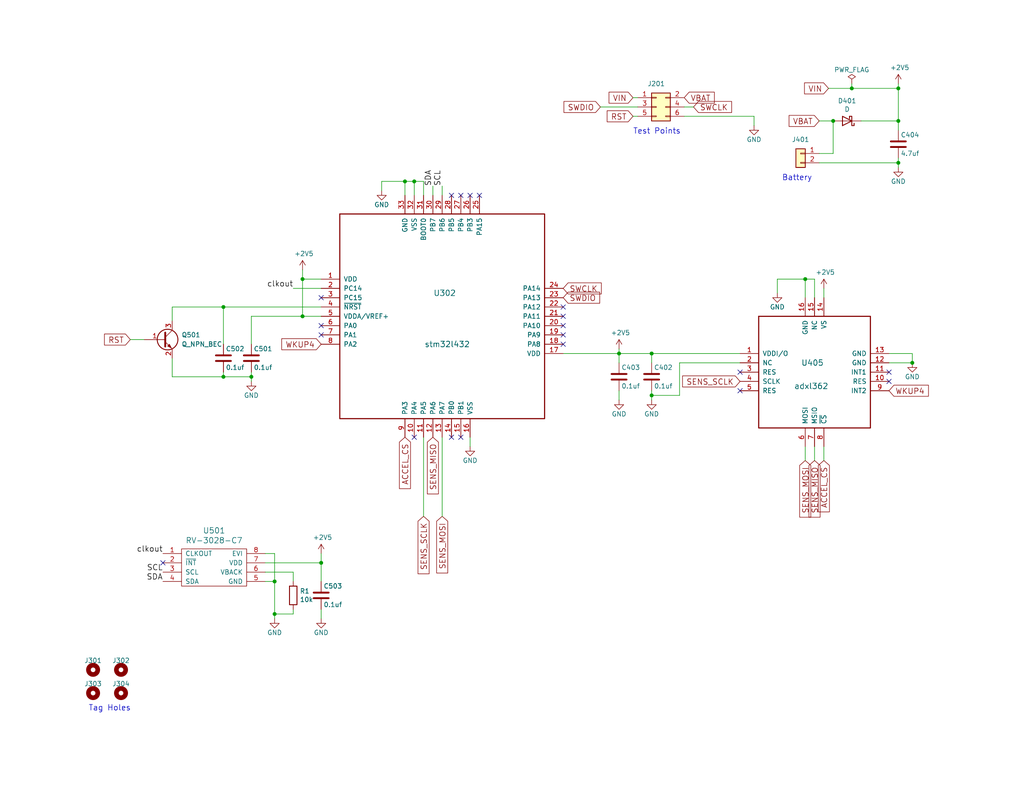
<source format=kicad_sch>
(kicad_sch (version 20211123) (generator eeschema)
  (paper "USLetter")
  (title_block (title "BitTag V7") (date "2020-11-19") (company "IUCS") (comment 1 "Geoffrey Brown"))
  (lib_symbols
    (symbol "Connector_Generic:Conn_01x02" (pin_names (offset 1.016) hide)
      (property "Reference" "J" (at 0 2.54 0))
      (property "Value" "Conn_01x02" (at 0 -5.08 0))
      (symbol "Conn_01x02_1_1"
        (rectangle (start -1.27 -2.413) (end 0 -2.667) (stroke (width 0.1524)))
        (rectangle (start -1.27 0.127) (end 0 -0.127) (stroke (width 0.1524)))
        (rectangle (start -1.27 1.27) (end 1.27 -3.81) (stroke (width 0.254)) (fill (type background)))
        (pin passive line (at -5.08 0 0) (length 3.81) (name "Pin_1") (number "1"))
        (pin passive line (at -5.08 -2.54 0) (length 3.81) (name "Pin_2") (number "2"))
      )
    )
    (symbol "Device:C" (pin_numbers hide) (pin_names (offset 0.254))
      (property "Reference" "C" (at 0.635 2.54 0))
      (property "Value" "C" (at 0.635 -2.54 0))
      (symbol "C_0_1"
        (polyline (pts (xy -2.032 -0.762) (xy 2.032 -0.762)) (stroke (width 0.508)))
        (polyline (pts (xy -2.032 0.762) (xy 2.032 0.762)) (stroke (width 0.508)))
      )
      (symbol "C_1_1"
        (pin passive line (at 0 3.81 270) (length 2.794) (name "~") (number "1"))
        (pin passive line (at 0 -3.81 90) (length 2.794) (name "~") (number "2"))
      )
    )
    (symbol "Device:D_Schottky" (pin_numbers hide) (pin_names (offset 1.016) hide)
      (property "Reference" "D" (at 0 2.54 0))
      (property "Value" "D_Schottky" (at 0 -2.54 0))
      (symbol "D_Schottky_0_1"
        (polyline (pts (xy 1.27 0) (xy -1.27 0)))
        (polyline (pts (xy 1.27 1.27) (xy 1.27 -1.27) (xy -1.27 0) (xy 1.27 1.27)) (stroke (width 0.254)))
        (polyline (pts (xy -1.905 0.635) (xy -1.905 1.27) (xy -1.27 1.27) (xy -1.27 -1.27) (xy -0.635 -1.27) (xy -0.635 -0.635)) (stroke (width 0.254)))
      )
      (symbol "D_Schottky_1_1"
        (pin passive line (at -3.81 0 0) (length 2.54) (name "K") (number "1"))
        (pin passive line (at 3.81 0 180) (length 2.54) (name "A") (number "2"))
      )
    )
    (symbol "Device:Q_NPN_BEC" (pin_names (offset 0) hide)
      (property "Reference" "Q" (at 5.08 1.27 0))
      (property "Value" "Q_NPN_BEC" (at 5.08 -1.27 0))
      (symbol "Q_NPN_BEC_0_1"
        (polyline (pts (xy 0.635 0.635) (xy 2.54 2.54)))
        (polyline (pts (xy 0.635 -0.635) (xy 2.54 -2.54) (xy 2.54 -2.54)))
        (polyline (pts (xy 0.635 1.905) (xy 0.635 -1.905) (xy 0.635 -1.905)) (stroke (width 0.508)))
        (polyline (pts (xy 1.27 -1.778) (xy 1.778 -1.27) (xy 2.286 -2.286) (xy 1.27 -1.778) (xy 1.27 -1.778)) (fill (type outline)))
        (circle (center 1.27 0) (radius 2.8194) (stroke (width 0.254)))
      )
      (symbol "Q_NPN_BEC_1_1"
        (pin input line (at -5.08 0 0) (length 5.715) (name "B") (number "1"))
        (pin passive line (at 2.54 -5.08 90) (length 2.54) (name "E") (number "2"))
        (pin passive line (at 2.54 5.08 270) (length 2.54) (name "C") (number "3"))
      )
    )
    (symbol "Device:R" (pin_numbers hide) (pin_names (offset 0))
      (property "Reference" "R" (at 2.032 0 90))
      (property "Value" "R" (at 0 0 90))
      (symbol "R_0_1"
        (rectangle (start -1.016 -2.54) (end 1.016 2.54) (stroke (width 0.254)))
      )
      (symbol "R_1_1"
        (pin passive line (at 0 3.81 270) (length 1.27) (name "~") (number "1"))
        (pin passive line (at 0 -3.81 90) (length 1.27) (name "~") (number "2"))
      )
    )
    (symbol "Mechanical:MountingHole" (pin_names (offset 1.016))
      (property "Reference" "H" (at 0 5.08 0))
      (property "Value" "MountingHole" (at 0 3.175 0))
      (symbol "MountingHole_0_1"
        (circle (center 0 0) (radius 1.27) (stroke (width 1.27)))
      )
    )
    (symbol "bittagv7:Connector_Generic_Conn_02x03_Odd_Even" (pin_names (offset 1.016) hide)
      (property "Reference" "J" (at 1.27 5.08 0))
      (property "Value" "Connector_Generic_Conn_02x03_Odd_Even" (at 1.27 -5.08 0))
      (symbol "Connector_Generic_Conn_02x03_Odd_Even_1_1"
        (rectangle (start -1.27 -2.413) (end 0 -2.667) (stroke (width 0.1524)))
        (rectangle (start -1.27 0.127) (end 0 -0.127) (stroke (width 0.1524)))
        (rectangle (start -1.27 2.667) (end 0 2.413) (stroke (width 0.1524)))
        (rectangle (start -1.27 3.81) (end 3.81 -3.81) (stroke (width 0.254)) (fill (type background)))
        (rectangle (start 3.81 -2.413) (end 2.54 -2.667) (stroke (width 0.1524)))
        (rectangle (start 3.81 0.127) (end 2.54 -0.127) (stroke (width 0.1524)))
        (rectangle (start 3.81 2.667) (end 2.54 2.413) (stroke (width 0.1524)))
        (pin passive line (at -5.08 2.54 0) (length 3.81) (name "Pin_1") (number "1"))
        (pin passive line (at 7.62 2.54 180) (length 3.81) (name "Pin_2") (number "2"))
        (pin passive line (at -5.08 0 0) (length 3.81) (name "Pin_3") (number "3"))
        (pin passive line (at 7.62 0 180) (length 3.81) (name "Pin_4") (number "4"))
        (pin passive line (at -5.08 -2.54 0) (length 3.81) (name "Pin_5") (number "5"))
        (pin passive line (at 7.62 -2.54 180) (length 3.81) (name "Pin_6") (number "6"))
      )
    )
    (symbol "bittagv7:RV-3028-C7" (pin_names (offset 1.016))
      (property "Reference" "U" (at 0 7.62 0))
      (property "Value" "RV-3028-C7" (at 1.27 -7.62 0))
      (symbol "RV-3028-C7_0_1"
        (rectangle (start -8.89 5.08) (end 8.89 -5.08))
      )
      (symbol "RV-3028-C7_1_1"
        (pin input line (at -13.97 3.81 0) (length 5.08) (name "CLKOUT") (number "1"))
        (pin input line (at -13.97 1.27 0) (length 5.08) (name "~{INT}") (number "2"))
        (pin input line (at -13.97 -1.27 0) (length 5.08) (name "SCL") (number "3"))
        (pin input line (at -13.97 -3.81 0) (length 5.08) (name "SDA") (number "4"))
        (pin input line (at 13.97 -3.81 180) (length 5.08) (name "GND") (number "5"))
        (pin input line (at 13.97 -1.27 180) (length 5.08) (name "VBACK") (number "6"))
        (pin input line (at 13.97 1.27 180) (length 5.08) (name "VDD") (number "7"))
        (pin input line (at 13.97 3.81 180) (length 5.08) (name "EVI") (number "8"))
      )
    )
    (symbol "bittagv7:adxl362" (pin_names (offset 1.016))
      (property "Reference" "U" (at 3.81 6.35 0))
      (property "Value" "adxl362" (at 3.81 3.81 0))
      (symbol "adxl362_1_1"
        (rectangle (start 5.08 10.16) (end 35.56 -20.32) (stroke (width 0.3048)))
        (pin power_in line (at 0 0 0) (length 5.08) (name "VDDI/O") (number "1"))
        (pin passive line (at 40.64 -7.62 180) (length 5.08) (name "RES") (number "10"))
        (pin output line (at 40.64 -5.08 180) (length 5.08) (name "INT1") (number "11"))
        (pin power_in line (at 40.64 -2.54 180) (length 5.08) (name "GND") (number "12"))
        (pin power_in line (at 40.64 0 180) (length 5.08) (name "GND") (number "13"))
        (pin power_in line (at 22.86 15.24 270) (length 5.08) (name "VS") (number "14"))
        (pin passive line (at 20.32 15.24 270) (length 5.08) (name "NC") (number "15"))
        (pin power_in line (at 17.78 15.24 270) (length 5.08) (name "GND") (number "16"))
        (pin output line (at 0 -2.54 0) (length 5.08) (name "NC") (number "2"))
        (pin output line (at 0 -5.08 0) (length 5.08) (name "RES") (number "3"))
        (pin input line (at 0 -7.62 0) (length 5.08) (name "SCLK") (number "4"))
        (pin output line (at 0 -10.16 0) (length 5.08) (name "RES") (number "5"))
        (pin input line (at 17.78 -25.4 90) (length 5.08) (name "MOSI") (number "6"))
        (pin output line (at 20.32 -25.4 90) (length 5.08) (name "MSIO") (number "7"))
        (pin input line (at 22.86 -25.4 90) (length 5.08) (name "~{CS}") (number "8"))
        (pin bidirectional line (at 40.64 -10.16 180) (length 5.08) (name "INT2") (number "9"))
      )
    )
    (symbol "bittagv7:stm32l432" (pin_names (offset 1.016))
      (property "Reference" "U" (at 36.83 -3.81 0))
      (property "Value" "stm32l432" (at 59.69 -24.13 0))
      (symbol "stm32l432_1_1"
        (rectangle (start 5.08 17.78) (end 60.96 -38.1) (stroke (width 0.3048)))
        (pin power_in line (at 0 0 0) (length 5.08) (name "VDD") (number "1"))
        (pin bidirectional line (at 25.4 -43.18 90) (length 5.08) (name "PA4") (number "10"))
        (pin bidirectional line (at 27.94 -43.18 90) (length 5.08) (name "PA5") (number "11"))
        (pin bidirectional line (at 30.48 -43.18 90) (length 5.08) (name "PA6") (number "12"))
        (pin bidirectional line (at 33.02 -43.18 90) (length 5.08) (name "PA7") (number "13"))
        (pin bidirectional line (at 35.56 -43.18 90) (length 5.08) (name "PB0") (number "14"))
        (pin bidirectional line (at 38.1 -43.18 90) (length 5.08) (name "PB1") (number "15"))
        (pin power_in line (at 40.64 -43.18 90) (length 5.08) (name "VSS") (number "16"))
        (pin power_in line (at 66.04 -20.32 180) (length 5.08) (name "VDD") (number "17"))
        (pin bidirectional line (at 66.04 -17.78 180) (length 5.08) (name "PA8") (number "18"))
        (pin bidirectional line (at 66.04 -15.24 180) (length 5.08) (name "PA9") (number "19"))
        (pin bidirectional line (at 0 -2.54 0) (length 5.08) (name "PC14") (number "2"))
        (pin bidirectional line (at 66.04 -12.7 180) (length 5.08) (name "PA10") (number "20"))
        (pin bidirectional line (at 66.04 -10.16 180) (length 5.08) (name "PA11") (number "21"))
        (pin bidirectional line (at 66.04 -7.62 180) (length 5.08) (name "PA12") (number "22"))
        (pin bidirectional line (at 66.04 -5.08 180) (length 5.08) (name "PA13") (number "23"))
        (pin bidirectional line (at 66.04 -2.54 180) (length 5.08) (name "PA14") (number "24"))
        (pin bidirectional line (at 43.18 22.86 270) (length 5.08) (name "PA15") (number "25"))
        (pin bidirectional line (at 40.64 22.86 270) (length 5.08) (name "PB3") (number "26"))
        (pin bidirectional line (at 38.1 22.86 270) (length 5.08) (name "PB4") (number "27"))
        (pin bidirectional line (at 35.56 22.86 270) (length 5.08) (name "PB5") (number "28"))
        (pin bidirectional line (at 33.02 22.86 270) (length 5.08) (name "PB6") (number "29"))
        (pin bidirectional line (at 0 -5.08 0) (length 5.08) (name "PC15") (number "3"))
        (pin bidirectional line (at 30.48 22.86 270) (length 5.08) (name "PB7") (number "30"))
        (pin input line (at 27.94 22.86 270) (length 5.08) (name "BOOT0") (number "31"))
        (pin power_in line (at 25.4 22.86 270) (length 5.08) (name "VSS") (number "32"))
        (pin power_in line (at 22.86 22.86 270) (length 5.08) (name "GND") (number "33"))
        (pin input line (at 0 -7.62 0) (length 5.08) (name "~{NRST}") (number "4"))
        (pin power_in line (at 0 -10.16 0) (length 5.08) (name "VDDA/VREF+") (number "5"))
        (pin bidirectional line (at 0 -12.7 0) (length 5.08) (name "PA0") (number "6"))
        (pin bidirectional line (at 0 -15.24 0) (length 5.08) (name "PA1") (number "7"))
        (pin bidirectional line (at 0 -17.78 0) (length 5.08) (name "PA2") (number "8"))
        (pin bidirectional line (at 22.86 -43.18 90) (length 5.08) (name "PA3") (number "9"))
      )
    )
    (symbol "power:+2V5" (power) (pin_names (offset 0))
      (property "Value" "+2V5" (at 0 3.556 0))
      (symbol "+2V5_0_1"
        (polyline (pts (xy -0.762 1.27) (xy 0 2.54)))
        (polyline (pts (xy 0 0) (xy 0 2.54)))
        (polyline (pts (xy 0 2.54) (xy 0.762 1.27)))
      )
      (symbol "+2V5_1_1"
        (pin power_in line (at 0 0 90) (length 0) hide (name "+2V5") (number "1"))
      )
    )
    (symbol "power:GND" (power) (pin_names (offset 0))
      (property "Value" "GND" (at 0 -3.81 0))
      (symbol "GND_0_1"
        (polyline (pts (xy 0 0) (xy 0 -1.27) (xy 1.27 -1.27) (xy 0 -2.54) (xy -1.27 -1.27) (xy 0 -1.27)))
      )
      (symbol "GND_1_1"
        (pin power_in line (at 0 0 270) (length 0) hide (name "GND") (number "1"))
      )
    )
    (symbol "power:PWR_FLAG" (power) (pin_numbers hide) (pin_names (offset 0) hide)
      (property "Value" "PWR_FLAG" (at 0 3.81 0))
      (symbol "PWR_FLAG_0_0"
        (pin power_out line (at 0 0 90) (length 0) (name "pwr") (number "1"))
      )
      (symbol "PWR_FLAG_0_1"
        (polyline (pts (xy 0 0) (xy 0 1.27) (xy -1.016 1.905) (xy 0 2.54) (xy 1.016 1.905) (xy 0 1.27)))
      )
    )
  )
  (junction (at 110.49 49.53))
  (junction (at 248.92 99.06))
  (junction (at 245.11 44.45))
  (junction (at 87.63 153.67))
  (junction (at 232.41 24.13))
  (junction (at 245.11 24.13))
  (junction (at 177.8 107.95))
  (junction (at 227.33 33.02))
  (junction (at 168.91 96.52))
  (junction (at 60.96 102.87))
  (junction (at 177.8 96.52))
  (junction (at 82.55 86.36))
  (junction (at 68.58 102.87))
  (junction (at 74.93 158.75))
  (junction (at 82.55 76.2))
  (junction (at 245.11 33.02))
  (junction (at 219.71 76.2))
  (junction (at 113.03 49.53))
  (junction (at 60.96 83.82))
  (junction (at 74.93 167.64))
  (no_connect (at 125.73 53.34))
  (no_connect (at 113.03 119.38))
  (no_connect (at 153.67 83.82))
  (no_connect (at 123.19 53.34))
  (no_connect (at 153.67 88.9))
  (no_connect (at 123.19 119.38))
  (no_connect (at 125.73 119.38))
  (no_connect (at 87.63 88.9))
  (no_connect (at 153.67 91.44))
  (no_connect (at 128.27 53.34))
  (no_connect (at 153.67 93.98))
  (no_connect (at 242.57 104.14))
  (no_connect (at 44.45 153.67))
  (no_connect (at 130.81 53.34))
  (no_connect (at 87.63 81.28))
  (no_connect (at 201.93 101.6))
  (no_connect (at 242.57 101.6))
  (no_connect (at 201.93 106.68))
  (no_connect (at 87.63 91.44))
  (no_connect (at 153.67 86.36))
  (wire (pts (xy 219.71 76.2) (xy 219.71 81.28)))
  (wire (pts (xy 82.55 86.36) (xy 87.63 86.36)))
  (wire (pts (xy 248.92 99.06) (xy 242.57 99.06)))
  (wire (pts (xy 82.55 76.2) (xy 82.55 86.36)))
  (wire (pts (xy 87.63 83.82) (xy 60.96 83.82)))
  (wire (pts (xy 60.96 102.87) (xy 68.58 102.87)))
  (wire (pts (xy 46.99 83.82) (xy 60.96 83.82)))
  (wire (pts (xy 104.14 52.07) (xy 104.14 49.53)))
  (wire (pts (xy 46.99 97.79) (xy 46.99 102.87)))
  (wire (pts (xy 205.74 31.75) (xy 205.74 34.29)))
  (wire (pts (xy 82.55 76.2) (xy 87.63 76.2)))
  (wire (pts (xy 177.8 107.95) (xy 177.8 109.22)))
  (wire (pts (xy 223.52 33.02) (xy 227.33 33.02)))
  (wire (pts (xy 234.95 33.02) (xy 245.11 33.02)))
  (wire (pts (xy 35.56 92.71) (xy 39.37 92.71)))
  (wire (pts (xy 186.69 31.75) (xy 205.74 31.75)))
  (wire (pts (xy 72.39 156.21) (xy 80.01 156.21)))
  (wire (pts (xy 115.57 119.38) (xy 115.57 140.97)))
  (wire (pts (xy 60.96 83.82) (xy 60.96 93.98)))
  (wire (pts (xy 185.42 107.95) (xy 177.8 107.95)))
  (wire (pts (xy 120.65 50.8) (xy 120.65 53.34)))
  (wire (pts (xy 46.99 87.63) (xy 46.99 83.82)))
  (wire (pts (xy 128.27 119.38) (xy 128.27 121.92)))
  (wire (pts (xy 115.57 49.53) (xy 115.57 53.34)))
  (wire (pts (xy 201.93 99.06) (xy 185.42 99.06)))
  (wire (pts (xy 201.93 96.52) (xy 177.8 96.52)))
  (wire (pts (xy 68.58 86.36) (xy 68.58 93.98)))
  (wire (pts (xy 232.41 24.13) (xy 245.11 24.13)))
  (wire (pts (xy 245.11 22.86) (xy 245.11 24.13)))
  (wire (pts (xy 80.01 167.64) (xy 74.93 167.64)))
  (wire (pts (xy 222.25 81.28) (xy 222.25 76.2)))
  (wire (pts (xy 87.63 153.67) (xy 87.63 158.75)))
  (wire (pts (xy 222.25 121.92) (xy 222.25 125.73)))
  (wire (pts (xy 177.8 106.68) (xy 177.8 107.95)))
  (wire (pts (xy 219.71 76.2) (xy 212.09 76.2)))
  (wire (pts (xy 168.91 106.68) (xy 168.91 109.22)))
  (wire (pts (xy 72.39 151.13) (xy 74.93 151.13)))
  (wire (pts (xy 245.11 24.13) (xy 245.11 33.02)))
  (wire (pts (xy 232.41 22.86) (xy 232.41 24.13)))
  (wire (pts (xy 222.25 76.2) (xy 219.71 76.2)))
  (wire (pts (xy 227.33 41.91) (xy 223.52 41.91)))
  (wire (pts (xy 168.91 95.25) (xy 168.91 96.52)))
  (wire (pts (xy 226.06 24.13) (xy 232.41 24.13)))
  (wire (pts (xy 172.72 31.75) (xy 173.99 31.75)))
  (wire (pts (xy 110.49 49.53) (xy 110.49 53.34)))
  (wire (pts (xy 74.93 167.64) (xy 74.93 168.91)))
  (wire (pts (xy 80.01 78.74) (xy 87.63 78.74)))
  (wire (pts (xy 245.11 44.45) (xy 245.11 45.72)))
  (wire (pts (xy 87.63 151.13) (xy 87.63 153.67)))
  (wire (pts (xy 219.71 121.92) (xy 219.71 125.73)))
  (wire (pts (xy 177.8 96.52) (xy 177.8 99.06)))
  (wire (pts (xy 72.39 158.75) (xy 74.93 158.75)))
  (wire (pts (xy 113.03 49.53) (xy 113.03 53.34)))
  (wire (pts (xy 224.79 81.28) (xy 224.79 78.74)))
  (wire (pts (xy 153.67 96.52) (xy 168.91 96.52)))
  (wire (pts (xy 245.11 43.18) (xy 245.11 44.45)))
  (wire (pts (xy 185.42 99.06) (xy 185.42 107.95)))
  (wire (pts (xy 82.55 73.66) (xy 82.55 76.2)))
  (wire (pts (xy 87.63 166.37) (xy 87.63 168.91)))
  (wire (pts (xy 223.52 44.45) (xy 245.11 44.45)))
  (wire (pts (xy 168.91 96.52) (xy 168.91 99.06)))
  (wire (pts (xy 68.58 101.6) (xy 68.58 102.87)))
  (wire (pts (xy 74.93 158.75) (xy 74.93 167.64)))
  (wire (pts (xy 74.93 151.13) (xy 74.93 158.75)))
  (wire (pts (xy 68.58 102.87) (xy 68.58 104.14)))
  (wire (pts (xy 186.69 29.21) (xy 189.23 29.21)))
  (wire (pts (xy 242.57 96.52) (xy 248.92 96.52)))
  (wire (pts (xy 113.03 49.53) (xy 115.57 49.53)))
  (wire (pts (xy 80.01 156.21) (xy 80.01 158.75)))
  (wire (pts (xy 80.01 166.37) (xy 80.01 167.64)))
  (wire (pts (xy 120.65 119.38) (xy 120.65 140.97)))
  (wire (pts (xy 46.99 102.87) (xy 60.96 102.87)))
  (wire (pts (xy 60.96 101.6) (xy 60.96 102.87)))
  (wire (pts (xy 82.55 86.36) (xy 68.58 86.36)))
  (wire (pts (xy 104.14 49.53) (xy 110.49 49.53)))
  (wire (pts (xy 172.72 26.67) (xy 173.99 26.67)))
  (wire (pts (xy 168.91 96.52) (xy 177.8 96.52)))
  (wire (pts (xy 163.83 29.21) (xy 173.99 29.21)))
  (wire (pts (xy 110.49 49.53) (xy 113.03 49.53)))
  (wire (pts (xy 72.39 153.67) (xy 87.63 153.67)))
  (wire (pts (xy 245.11 33.02) (xy 245.11 35.56)))
  (wire (pts (xy 118.11 50.8) (xy 118.11 53.34)))
  (wire (pts (xy 248.92 96.52) (xy 248.92 99.06)))
  (wire (pts (xy 227.33 33.02) (xy 227.33 41.91)))
  (wire (pts (xy 212.09 76.2) (xy 212.09 80.01)))
  (wire (pts (xy 224.79 125.73) (xy 224.79 121.92)))
  (text "Battery" (at 213.36 49.53 0) (effects (font (size 1.524 1.524)) (justify left bottom)))
  (text "Tag Holes" (at 24.13 194.31 0) (effects (font (size 1.524 1.524)) (justify left bottom)))
  (text "Test Points" (at 172.72 36.83 0) (effects (font (size 1.524 1.524)) (justify left bottom)))
  (label "SCL" (at 120.65 50.8 90) (effects (font (size 1.524 1.524))))
  (label "SDA" (at 118.11 50.8 90) (effects (font (size 1.524 1.524))))
  (label "clkout" (at 44.45 151.13 180) (effects (font (size 1.524 1.524))))
  (label "SDA" (at 44.45 158.75 180) (effects (font (size 1.524 1.524))))
  (label "SCL" (at 44.45 156.21 180) (effects (font (size 1.524 1.524))))
  (label "clkout" (at 80.01 78.74 180) (effects (font (size 1.524 1.524))))
  (global_label "WKUP4" (shape input) (at 242.57 106.68 0) (effects (font (size 1.524 1.524))) (property "Intersheet References" "${INTERSHEET_REFS}" (effects hide)))
  (global_label "WKUP4" (shape input) (at 87.63 93.98 180) (effects (font (size 1.524 1.524))) (property "Intersheet References" "${INTERSHEET_REFS}" (effects hide)))
  (global_label "SENS_SCLK" (shape input) (at 115.57 140.97 270) (effects (font (size 1.524 1.524))) (property "Intersheet References" "${INTERSHEET_REFS}" (effects hide)))
  (global_label "RST" (shape input) (at 172.72 31.75 180) (effects (font (size 1.524 1.524))) (property "Intersheet References" "${INTERSHEET_REFS}" (effects hide)))
  (global_label "VIN" (shape input) (at 172.72 26.67 180) (effects (font (size 1.524 1.524))) (property "Intersheet References" "${INTERSHEET_REFS}" (effects hide)))
  (global_label "VBAT" (shape input) (at 223.52 33.02 180) (effects (font (size 1.524 1.524))) (property "Intersheet References" "${INTERSHEET_REFS}" (effects hide)))
  (global_label "SWCLK" (shape input) (at 153.67 78.74 0) (effects (font (size 1.524 1.524))) (property "Intersheet References" "${INTERSHEET_REFS}" (effects hide)))
  (global_label "RST" (shape input) (at 35.56 92.71 180) (effects (font (size 1.524 1.524))) (property "Intersheet References" "${INTERSHEET_REFS}" (effects hide)))
  (global_label "SENS_MISO" (shape input) (at 222.25 125.73 270) (effects (font (size 1.524 1.524))) (property "Intersheet References" "${INTERSHEET_REFS}" (effects hide)))
  (global_label "SENS_MOSI" (shape input) (at 219.71 125.73 270) (effects (font (size 1.524 1.524))) (property "Intersheet References" "${INTERSHEET_REFS}" (effects hide)))
  (global_label "SENS_MOSI" (shape input) (at 120.65 140.97 270) (effects (font (size 1.524 1.524))) (property "Intersheet References" "${INTERSHEET_REFS}" (effects hide)))
  (global_label "ACCEL_CS" (shape input) (at 224.79 125.73 270) (effects (font (size 1.524 1.524))) (property "Intersheet References" "${INTERSHEET_REFS}" (effects hide)))
  (global_label "SWDIO" (shape input) (at 153.67 81.28 0) (effects (font (size 1.524 1.524))) (property "Intersheet References" "${INTERSHEET_REFS}" (effects hide)))
  (global_label "SWDIO" (shape input) (at 163.83 29.21 180) (effects (font (size 1.524 1.524))) (property "Intersheet References" "${INTERSHEET_REFS}" (effects hide)))
  (global_label "VBAT" (shape input) (at 186.69 26.67 0) (effects (font (size 1.524 1.524))) (property "Intersheet References" "${INTERSHEET_REFS}" (effects hide)))
  (global_label "SWCLK" (shape input) (at 189.23 29.21 0) (effects (font (size 1.524 1.524))) (property "Intersheet References" "${INTERSHEET_REFS}" (effects hide)))
  (global_label "ACCEL_CS" (shape input) (at 110.49 119.38 270) (effects (font (size 1.524 1.524))) (property "Intersheet References" "${INTERSHEET_REFS}" (effects hide)))
  (global_label "SENS_SCLK" (shape input) (at 201.93 104.14 180) (effects (font (size 1.524 1.524))) (property "Intersheet References" "${INTERSHEET_REFS}" (effects hide)))
  (global_label "SENS_MISO" (shape input) (at 118.11 119.38 270) (effects (font (size 1.524 1.524))) (property "Intersheet References" "${INTERSHEET_REFS}" (effects hide)))
  (global_label "VIN" (shape input) (at 226.06 24.13 180) (effects (font (size 1.524 1.524))) (property "Intersheet References" "${INTERSHEET_REFS}" (effects hide)))
  (symbol (lib_id "bittagv7:stm32l432") (at 87.63 76.2 0) (unit 1)
    (property "Reference" "U302" (at 124.46 80.01 0) (effects (font (size 1.524 1.524)) (justify right)))
    (property "Value" "stm32l432" (at 128.27 93.98 0) (effects (font (size 1.524 1.524)) (justify right)))
    (property "Footprint" "Package_DFN_QFN:QFN-32-1EP_5x5mm_P0.5mm_EP3.45x3.45mm" (effects hide))
    (property "MFN" "STMicroelectronics" (effects hide))
    (property "DISTPN" "497-16578-ND" (effects hide))
    (property "MPN" "STM32L432KCU6" (effects hide))
  )
  (symbol (lib_id "Device:C") (at 60.96 97.79 0) (unit 1)
    (property "Reference" "C502" (at 61.595 95.25 0) (effects (justify left)))
    (property "Value" "0.1uf" (at 61.595 100.33 0) (effects (justify left)))
    (property "Footprint" "Capacitor_SMD:C_0402_1005Metric" (effects hide))
    (property "Macrofab" "MF-CAP-0402-0.1uF" (effects hide))
    (property "MFN" "Samsung" (effects hide))
    (property "MPN" "CL05F104ZO5NNNC" (effects hide))
    (property "DISTPN" "1276-1004-2-ND" (effects hide))
  )
  (symbol (lib_id "Device:C") (at 68.58 97.79 0) (unit 1)
    (property "Reference" "C501" (at 69.215 95.25 0) (effects (justify left)))
    (property "Value" "0.1uf" (at 69.215 100.33 0) (effects (justify left)))
    (property "Footprint" "Capacitor_SMD:C_0402_1005Metric" (effects hide))
    (property "Macrofab" "MF-CAP-0402-0.1uF" (effects hide))
    (property "MFN" "Samsung" (effects hide))
    (property "MPN" "CL05F104ZO5NNNC" (effects hide))
    (property "DISTPN" "1276-1004-2-ND" (effects hide))
  )
  (symbol (lib_id "Device:C") (at 168.91 102.87 0) (unit 1)
    (property "Reference" "C403" (at 169.545 100.33 0) (effects (justify left)))
    (property "Value" "0.1uf" (at 169.545 105.41 0) (effects (justify left)))
    (property "Footprint" "Capacitor_SMD:C_0402_1005Metric" (effects hide))
    (property "Macrofab" "MF-CAP-0402-0.1uF" (effects hide))
    (property "MFN" "Samsung" (effects hide))
    (property "MPN" "CL05F104ZO5NNNC" (effects hide))
    (property "DISTPN" "1276-1004-2-ND" (effects hide))
  )
  (symbol (lib_id "Device:Q_NPN_BEC") (at 44.45 92.71 0) (unit 1)
    (property "Reference" "Q501" (at 49.53 91.44 0) (effects (justify left)))
    (property "Value" "Q_NPN_BEC" (at 49.53 93.98 0) (effects (justify left)))
    (property "Footprint" "Package_TO_SOT_SMD:SOT-883" (effects hide))
    (property "MFN" "Nexperia" (effects hide))
    (property "MPN" "BC847AMB,315" (effects hide))
    (property "DISTPN" "1727-2632-1-ND" (effects hide))
  )
  (symbol (lib_id "Device:C") (at 87.63 162.56 0) (unit 1)
    (property "Reference" "C503" (at 88.265 160.02 0) (effects (justify left)))
    (property "Value" "0.1uf" (at 88.265 165.1 0) (effects (justify left)))
    (property "Footprint" "Capacitor_SMD:C_0402_1005Metric" (effects hide))
    (property "MFN" "Samsung" (effects hide))
    (property "MPN" "CL05F104ZO5NNNC" (effects hide))
    (property "DISTPN" "1276-1004-2-ND" (effects hide))
    (property "Macrofab" "MF-CAP-0402-0.1uF" (effects hide))
  )
  (symbol (lib_id "Mechanical:MountingHole") (at 25.4 182.88 0) (unit 1)
    (property "Reference" "J301" (at 25.4 180.34 0))
    (property "Value" "Conn_01x01" (effects hide))
    (property "Footprint" "bittag:taghole1.25mm" (effects hide))
    (property "Populate" "0" (effects hide))
    (property "Config" "DNF" (effects hide))
    (property "DNP" "1" (effects hide))
  )
  (symbol (lib_id "bittagv7:Connector_Generic_Conn_02x03_Odd_Even") (at 179.07 29.21 0) (unit 1)
    (property "Reference" "J201" (at 179.07 22.86 0))
    (property "Value" "CONN_02X04" (effects hide))
    (property "Footprint" "bittag:tagpoints6" (effects hide))
    (property "Populate" "0" (effects hide))
    (property "Config" "DNF" (effects hide))
    (property "DNP" "1" (effects hide))
  )
  (symbol (lib_id "power:GND") (at 212.09 80.01 0) (unit 1)
    (property "Reference" "#PWR0101" (effects hide))
    (property "Value" "GND" (at 212.09 83.82 0))
  )
  (symbol (lib_id "power:GND") (at 248.92 99.06 0) (unit 1)
    (property "Reference" "#PWR0102" (effects hide))
    (property "Value" "GND" (at 248.92 102.87 0))
  )
  (symbol (lib_id "power:GND") (at 68.58 104.14 0) (unit 1)
    (property "Reference" "#PWR0109" (effects hide))
    (property "Value" "GND" (at 68.58 107.95 0))
  )
  (symbol (lib_id "power:GND") (at 128.27 121.92 0) (unit 1)
    (property "Reference" "#PWR0103" (effects hide))
    (property "Value" "GND" (at 128.27 125.73 0))
  )
  (symbol (lib_id "power:GND") (at 168.91 109.22 0) (unit 1)
    (property "Reference" "#PWR0104" (effects hide))
    (property "Value" "GND" (at 168.91 113.03 0))
  )
  (symbol (lib_id "power:+2V5") (at 82.55 73.66 0) (unit 1)
    (property "Reference" "#PWR0105" (effects hide))
    (property "Value" "+2V5" (at 82.931 69.2658 0))
  )
  (symbol (lib_id "power:+2V5") (at 168.91 95.25 0) (unit 1)
    (property "Reference" "#PWR0108" (effects hide))
    (property "Value" "+2V5" (at 169.291 90.8558 0))
  )
  (symbol (lib_id "power:GND") (at 104.14 52.07 0) (unit 1)
    (property "Reference" "#PWR0110" (effects hide))
    (property "Value" "GND" (at 104.14 55.88 0))
  )
  (symbol (lib_id "Mechanical:MountingHole") (at 33.02 182.88 0) (unit 1)
    (property "Reference" "J302" (at 33.02 180.34 0))
    (property "Value" "Conn_01x01" (effects hide))
    (property "Footprint" "bittag:taghole1.25mm" (effects hide))
    (property "Populate" "0" (effects hide))
    (property "Config" "DNF" (effects hide))
    (property "DNP" "1" (effects hide))
  )
  (symbol (lib_id "Mechanical:MountingHole") (at 25.4 189.23 0) (unit 1)
    (property "Reference" "J303" (at 25.4 186.69 0))
    (property "Value" "Conn_01x01" (effects hide))
    (property "Footprint" "bittag:taghole1.25mm" (effects hide))
    (property "Populate" "0" (effects hide))
    (property "Config" "DNF" (effects hide))
    (property "DNP" "1" (effects hide))
  )
  (symbol (lib_id "Mechanical:MountingHole") (at 33.02 189.23 0) (unit 1)
    (property "Reference" "J304" (at 33.02 186.69 0))
    (property "Value" "Conn_01x01" (effects hide))
    (property "Footprint" "bittag:taghole1.25mm" (effects hide))
    (property "Populate" "0" (effects hide))
    (property "Config" "DNF" (effects hide))
    (property "DNP" "1" (effects hide))
  )
  (symbol (lib_id "power:GND") (at 205.74 34.29 0) (unit 1)
    (property "Reference" "#PWR0111" (effects hide))
    (property "Value" "GND" (at 205.74 38.1 0))
  )
  (symbol (lib_id "power:GND") (at 74.93 168.91 0) (unit 1)
    (property "Reference" "#PWR0112" (effects hide))
    (property "Value" "GND" (at 74.93 172.72 0))
  )
  (symbol (lib_id "power:GND") (at 87.63 168.91 0) (unit 1)
    (property "Reference" "#PWR0113" (effects hide))
    (property "Value" "GND" (at 87.63 172.72 0))
  )
  (symbol (lib_id "power:+2V5") (at 87.63 151.13 0) (unit 1)
    (property "Reference" "#PWR0114" (effects hide))
    (property "Value" "+2V5" (at 88.011 146.7358 0))
  )
  (symbol (lib_id "power:+2V5") (at 245.11 22.86 0) (unit 1)
    (property "Reference" "#PWR0115" (effects hide))
    (property "Value" "+2V5" (at 245.491 18.4658 0))
  )
  (symbol (lib_id "power:PWR_FLAG") (at 232.41 22.86 0) (unit 1)
    (property "Reference" "#FLG0102" (effects hide))
    (property "Value" "PWR_FLAG" (at 232.41 19.05 0))
  )
  (symbol (lib_id "power:GND") (at 245.11 45.72 0) (unit 1)
    (property "Reference" "#PWR0116" (effects hide))
    (property "Value" "GND" (at 245.11 49.53 0))
  )
  (symbol (lib_id "Connector_Generic:Conn_01x02") (at 218.44 41.91 0) (mirror y) (unit 1)
    (property "Reference" "J401" (at 218.44 38.1 0))
    (property "Value" "CONN_01X02" (effects hide))
    (property "Footprint" "bittag:MS621" (effects hide))
    (property "Populate" "0" (effects hide))
    (property "Config" "DNF" (effects hide))
    (property "DNP" "1" (effects hide))
  )
  (symbol (lib_id "Device:D_Schottky") (at 231.14 33.02 180) (unit 1)
    (property "Reference" "D401" (at 231.14 27.5336 0))
    (property "Value" "D" (at 231.14 29.845 0))
    (property "Footprint" "Diode_SMD:D_0402_1005Metric" (effects hide))
    (property "MFN" "Comchip" (effects hide))
    (property "MPN" "CDBQC0130L-HF" (effects hide))
    (property "DISTPN" "641-1519-1-ND" (effects hide))
  )
  (symbol (lib_id "Device:C") (at 245.11 39.37 0) (unit 1)
    (property "Reference" "C404" (at 245.745 36.83 0) (effects (justify left)))
    (property "Value" "4.7uf" (at 245.745 41.91 0) (effects (justify left)))
    (property "Footprint" "Capacitor_SMD:C_0402_1005Metric" (effects hide))
    (property "DISTPN" "490-5915-1-ND" (effects hide))
    (property "MFN" "Murata" (effects hide))
    (property "MPN" "GRM155R60J475ME47D" (effects hide))
  )
  (symbol (lib_id "bittagv7:adxl362") (at 201.93 96.52 0) (unit 1)
    (property "Reference" "U405" (at 224.79 99.06 0) (effects (font (size 1.524 1.524)) (justify right)))
    (property "Value" "adxl362" (at 226.06 105.41 0) (effects (font (size 1.524 1.524)) (justify right)))
    (property "Footprint" "bittag:ADXL362" (effects hide))
    (property "MFN" "Analog Devices" (effects hide))
    (property "MPN" "ADXL362BCCZ-RL7" (effects hide))
    (property "DISTPN" "ADXL362BCCZ-RL7CT-ND" (effects hide))
  )
  (symbol (lib_id "Device:C") (at 177.8 102.87 0) (unit 1)
    (property "Reference" "C402" (at 178.435 100.33 0) (effects (justify left)))
    (property "Value" "0.1uf" (at 178.435 105.41 0) (effects (justify left)))
    (property "Footprint" "Capacitor_SMD:C_0402_1005Metric" (effects hide))
    (property "Macrofab" "MF-CAP-0402-0.1uF" (effects hide))
    (property "MFN" "Samsung" (effects hide))
    (property "DISTPN" "1276-1004-2-ND" (effects hide))
    (property "MPN" "CL05F104ZO5NNNC" (effects hide))
  )
  (symbol (lib_id "power:GND") (at 177.8 109.22 0) (unit 1)
    (property "Reference" "#PWR0106" (effects hide))
    (property "Value" "GND" (at 177.8 113.03 0))
  )
  (symbol (lib_id "power:+2V5") (at 224.79 78.74 0) (unit 1)
    (property "Reference" "#PWR0107" (effects hide))
    (property "Value" "+2V5" (at 225.171 74.3458 0))
  )
  (symbol (lib_id "bittagv7:RV-3028-C7") (at 58.42 154.94 0) (unit 1)
    (property "Reference" "U501" (at 58.42 144.8562 0) (effects (font (size 1.524 1.524))))
    (property "Value" "RV-3028-C7" (at 58.42 147.5486 0) (effects (font (size 1.524 1.524))))
    (property "Footprint" "bittag:RV-8803-C7" (effects hide))
    (property "DISTPN" "2195-RV-3028-C732.768KHZ1PPM-TA-QCCT-ND" (effects hide))
    (property "MFN" "Micro Crystal" (effects hide))
    (property "MPN" "RV-3028-C7 32.768KHZ 1PPM-TA-QC" (effects hide))
  )
  (symbol (lib_id "Device:R") (at 80.01 162.56 0) (unit 1)
    (property "Reference" "R1" (at 81.788 161.3916 0) (effects (justify left)))
    (property "Value" "10k" (at 81.788 163.703 0) (effects (justify left)))
    (property "Footprint" "Resistor_SMD:R_0402_1005Metric" (effects hide))
    (property "DISTPN" "ERA-2AED103X" (effects hide))
    (property "MFN" "Panasonic" (effects hide))
    (property "MPN" "ERA-2AED103X" (effects hide))
    (property "Macrofab" "MF-RES-0402-10K" (effects hide))
  )
)
</source>
